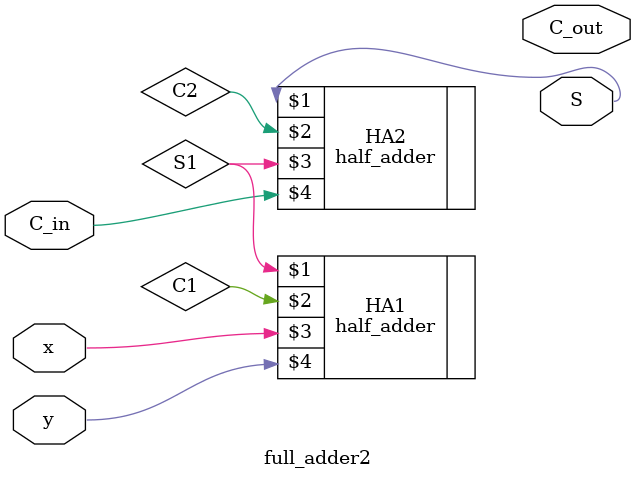
<source format=v>

module full_adder2(
    // OUTPUTS
    output S
    ,output C_out

    // INPUTS
    ,input x
    ,input y
    ,input C_in
    );
    wire S1, C1, C2;

    half_adder HA1 (S1, C1, x, y);
    half_adder HA2 (S, C2, S1, C_in);
    or G1 (C, C2, C1);
endmodule

</source>
